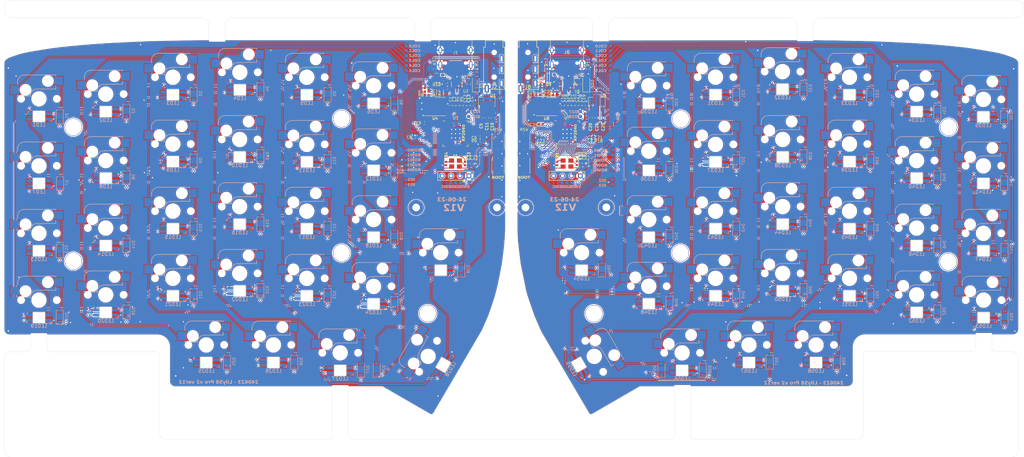
<source format=kicad_pcb>
(kicad_pcb (version 20221018) (generator pcbnew)

  (general
    (thickness 1.6)
  )

  (paper "A3")
  (layers
    (0 "F.Cu" signal)
    (31 "B.Cu" signal)
    (32 "B.Adhes" user "B.Adhesive")
    (33 "F.Adhes" user "F.Adhesive")
    (34 "B.Paste" user)
    (35 "F.Paste" user)
    (36 "B.SilkS" user "B.Silkscreen")
    (37 "F.SilkS" user "F.Silkscreen")
    (38 "B.Mask" user)
    (39 "F.Mask" user)
    (40 "Dwgs.User" user "User.Drawings")
    (41 "Cmts.User" user "User.Comments")
    (42 "Eco1.User" user "User.Eco1")
    (43 "Eco2.User" user "User.Eco2")
    (44 "Edge.Cuts" user)
    (45 "Margin" user)
    (46 "B.CrtYd" user "B.Courtyard")
    (47 "F.CrtYd" user "F.Courtyard")
    (48 "B.Fab" user)
    (49 "F.Fab" user)
  )

  (setup
    (stackup
      (layer "F.SilkS" (type "Top Silk Screen"))
      (layer "F.Paste" (type "Top Solder Paste"))
      (layer "F.Mask" (type "Top Solder Mask") (thickness 0.01))
      (layer "F.Cu" (type "copper") (thickness 0.035))
      (layer "dielectric 1" (type "core") (thickness 1.51) (material "FR4") (epsilon_r 4.5) (loss_tangent 0.02))
      (layer "B.Cu" (type "copper") (thickness 0.035))
      (layer "B.Mask" (type "Bottom Solder Mask") (thickness 0.01))
      (layer "B.Paste" (type "Bottom Solder Paste"))
      (layer "B.SilkS" (type "Bottom Silk Screen"))
      (copper_finish "None")
      (dielectric_constraints no)
    )
    (pad_to_mask_clearance 0.051)
    (solder_mask_min_width 0.25)
    (aux_axis_origin 60 80)
    (pcbplotparams
      (layerselection 0x00010fc_ffffffff)
      (plot_on_all_layers_selection 0x0000000_00000000)
      (disableapertmacros false)
      (usegerberextensions false)
      (usegerberattributes false)
      (usegerberadvancedattributes false)
      (creategerberjobfile false)
      (dashed_line_dash_ratio 12.000000)
      (dashed_line_gap_ratio 3.000000)
      (svgprecision 6)
      (plotframeref false)
      (viasonmask false)
      (mode 1)
      (useauxorigin false)
      (hpglpennumber 1)
      (hpglpenspeed 20)
      (hpglpendiameter 15.000000)
      (dxfpolygonmode true)
      (dxfimperialunits true)
      (dxfusepcbnewfont true)
      (psnegative false)
      (psa4output false)
      (plotreference true)
      (plotvalue true)
      (plotinvisibletext false)
      (sketchpadsonfab false)
      (subtractmaskfromsilk false)
      (outputformat 1)
      (mirror false)
      (drillshape 0)
      (scaleselection 1)
      (outputdirectory "../../../../../Library/CloudStorage/GoogleDrive-yuchi.kbd@gmail.com/マイドライブ/Lily58/Pro_Rev2/gerver_v12_240623/")
    )
  )

  (net 0 "")
  (net 1 "GND")
  (net 2 "GNDA")
  (net 3 "Net-(D1-A)")
  (net 4 "ROW0")
  (net 5 "Net-(D2-A)")
  (net 6 "Net-(D3-A)")
  (net 7 "Net-(D4-A)")
  (net 8 "Net-(D5-A)")
  (net 9 "Net-(D6-A)")
  (net 10 "ROW1")
  (net 11 "Net-(D7-A)")
  (net 12 "Net-(D8-A)")
  (net 13 "Net-(D9-A)")
  (net 14 "Net-(D10-A)")
  (net 15 "Net-(D11-A)")
  (net 16 "Net-(D12-A)")
  (net 17 "ROW2")
  (net 18 "Net-(D13-A)")
  (net 19 "Net-(D14-A)")
  (net 20 "Net-(D15-A)")
  (net 21 "Net-(D16-A)")
  (net 22 "Net-(D17-A)")
  (net 23 "Net-(D18-A)")
  (net 24 "Net-(D19-A)")
  (net 25 "ROW3")
  (net 26 "Net-(D20-A)")
  (net 27 "Net-(D21-A)")
  (net 28 "Net-(D22-A)")
  (net 29 "Net-(D23-A)")
  (net 30 "Net-(D24-A)")
  (net 31 "Net-(D25-A)")
  (net 32 "ROW4")
  (net 33 "Net-(D26-A)")
  (net 34 "Net-(D27-A)")
  (net 35 "Net-(D28-A)")
  (net 36 "Net-(D29-A)")
  (net 37 "Net-(D30-A)")
  (net 38 "Net-(D31-A)")
  (net 39 "Net-(D32-A)")
  (net 40 "Net-(D33-A)")
  (net 41 "Net-(D34-A)")
  (net 42 "ROW1_R")
  (net 43 "Net-(D35-A)")
  (net 44 "Net-(D36-A)")
  (net 45 "Net-(D37-A)")
  (net 46 "Net-(D38-A)")
  (net 47 "Net-(D39-A)")
  (net 48 "Net-(D40-A)")
  (net 49 "ROW2_R")
  (net 50 "Net-(D41-A)")
  (net 51 "Net-(D42-A)")
  (net 52 "Net-(D43-A)")
  (net 53 "Net-(D44-A)")
  (net 54 "Net-(D45-A)")
  (net 55 "Net-(D46-A)")
  (net 56 "ROW3_R")
  (net 57 "Net-(D47-A)")
  (net 58 "Net-(D48-A)")
  (net 59 "Net-(D49-A)")
  (net 60 "Net-(D50-A)")
  (net 61 "Net-(D51-A)")
  (net 62 "Net-(D52-A)")
  (net 63 "ROW4_R")
  (net 64 "Net-(D53-A)")
  (net 65 "Net-(D54-A)")
  (net 66 "Net-(D55-A)")
  (net 67 "Net-(D56-A)")
  (net 68 "Net-(D57-A)")
  (net 69 "VBUS")
  (net 70 "VDC")
  (net 71 "+5V")
  (net 72 "+5VA")
  (net 73 "D+")
  (net 74 "D-")
  (net 75 "COL0")
  (net 76 "COL1")
  (net 77 "COL2")
  (net 78 "COL3")
  (net 79 "COL4")
  (net 80 "COL5")
  (net 81 "COL0_R")
  (net 82 "COL1_R")
  (net 83 "COL2_R")
  (net 84 "COL3_R")
  (net 85 "COL4_R")
  (net 86 "COL5_R")
  (net 87 "USB_BOOT")
  (net 88 "LED")
  (net 89 "Net-(D58-A)")
  (net 90 "SPLIT_HAND_PIN_L")
  (net 91 "SPLIT_HAND_PIN_R")
  (net 92 "Net-(SD1-A)")
  (net 93 "SCL_2")
  (net 94 "SDA_2")
  (net 95 "Net-(SD2-A)")
  (net 96 "unconnected-(H10-Pin_1-Pad1)")
  (net 97 "+1V1")
  (net 98 "+3V3")
  (net 99 "unconnected-(H11-Pin_1-Pad1)")
  (net 100 "+3.3VA")
  (net 101 "ROW0_R")
  (net 102 "unconnected-(H21-Pin_1-Pad1)")
  (net 103 "unconnected-(H22-Pin_1-Pad1)")
  (net 104 "Net-(J1-CC1)")
  (net 105 "unconnected-(J1-SBU1-PadA8)")
  (net 106 "Net-(J1-CC2)")
  (net 107 "unconnected-(J1-SBU2-PadB8)")
  (net 108 "Net-(J6-CC1)")
  (net 109 "unconnected-(J6-SBU1-PadA8)")
  (net 110 "Net-(J6-CC2)")
  (net 111 "unconnected-(J6-SBU2-PadB8)")
  (net 112 "Net-(LED1-DOUT)")
  (net 113 "Net-(LED1-DIN)")
  (net 114 "Net-(LED2-DIN)")
  (net 115 "Net-(LED3-DIN)")
  (net 116 "Net-(LED4-DIN)")
  (net 117 "Net-(LED5-DIN)")
  (net 118 "Net-(LED7-DOUT)")
  (net 119 "Net-(LED8-DOUT)")
  (net 120 "Net-(LED10-DIN)")
  (net 121 "Net-(LED10-DOUT)")
  (net 122 "Net-(LED11-DOUT)")
  (net 123 "Net-(LED12-DOUT)")
  (net 124 "Net-(LED13-DOUT)")
  (net 125 "Net-(LED13-DIN)")
  (net 126 "Net-(LED14-DIN)")
  (net 127 "Net-(LED15-DIN)")
  (net 128 "Net-(LED16-DIN)")
  (net 129 "Net-(LED17-DIN)")
  (net 130 "Net-(LED19-DOUT)")
  (net 131 "Net-(LED20-DOUT)")
  (net 132 "Net-(LED21-DOUT)")
  (net 133 "Net-(LED22-DOUT)")
  (net 134 "Net-(LED23-DOUT)")
  (net 135 "Net-(LED24-DOUT)")
  (net 136 "unconnected-(LED25-DOUT-Pad2)")
  (net 137 "Net-(LED25-DIN)")
  (net 138 "Net-(LED26-DIN)")
  (net 139 "Net-(LED27-DIN)")
  (net 140 "Net-(LED28-DIN)")
  (net 141 "Net-(LED30-DOUT)")
  (net 142 "Net-(LED30-DIN)")
  (net 143 "Net-(LED31-DIN)")
  (net 144 "Net-(LED32-DIN)")
  (net 145 "Net-(LED33-DIN)")
  (net 146 "Net-(LED34-DIN)")
  (net 147 "Net-(LED36-DOUT)")
  (net 148 "Net-(LED37-DOUT)")
  (net 149 "Net-(LED38-DOUT)")
  (net 150 "Net-(LED39-DOUT)")
  (net 151 "Net-(LED40-DOUT)")
  (net 152 "Net-(LED41-DOUT)")
  (net 153 "Net-(LED42-DOUT)")
  (net 154 "Net-(LED42-DIN)")
  (net 155 "Net-(LED43-DIN)")
  (net 156 "Net-(LED44-DIN)")
  (net 157 "Net-(LED45-DIN)")
  (net 158 "Net-(LED46-DIN)")
  (net 159 "Net-(LED48-DOUT)")
  (net 160 "Net-(LED49-DOUT)")
  (net 161 "Net-(LED50-DOUT)")
  (net 162 "Net-(LED51-DOUT)")
  (net 163 "Net-(LED52-DOUT)")
  (net 164 "SWD")
  (net 165 "SWCLK")
  (net 166 "QSPI_SS")
  (net 167 "Reset")
  (net 168 "QSPI_SD3")
  (net 169 "QSPI_SCLK")
  (net 170 "QSPI_SD0")
  (net 171 "QSPI_SD2")
  (net 172 "QSPI_SD1")
  (net 173 "USB_BOOT_R")
  (net 174 "Reset_R")
  (net 175 "RX")
  (net 176 "TX")
  (net 177 "RX_R")
  (net 178 "TX_R")
  (net 179 "D+_R")
  (net 180 "D-_R")
  (net 181 "SWD_R")
  (net 182 "SWCLK_R")
  (net 183 "QSPI_SD3_R")
  (net 184 "QSPI_SCLK_R")
  (net 185 "QSPI_SD0_R")
  (net 186 "QSPI_SD2_R")
  (net 187 "QSPI_SD1_R")
  (net 188 "QSPI_SS_R")
  (net 189 "SDA")
  (net 190 "SCL")
  (net 191 "SCL_R")
  (net 192 "SDA_R")
  (net 193 "Net-(LED53-DOUT)")
  (net 194 "unconnected-(LED54-DOUT-Pad2)")
  (net 195 "Net-(LED54-DIN)")
  (net 196 "Net-(LED55-DIN)")
  (net 197 "Net-(LED56-DIN)")
  (net 198 "Net-(LED57-DIN)")
  (net 199 "Net-(STLED1-A)")
  (net 200 "Net-(U3-USB_DP)")
  (net 201 "Net-(U3-USB_DM)")
  (net 202 "Net-(U3-XOUT)")
  (net 203 "Net-(STLED2-A)")
  (net 204 "Net-(U7-USB_DP)")
  (net 205 "Net-(U7-USB_DM)")
  (net 206 "Net-(U7-XOUT)")
  (net 207 "Net-(R6-Pad1)")
  (net 208 "Net-(R15-Pad1)")
  (net 209 "+1V2")
  (net 210 "IO27")
  (net 211 "IO28")
  (net 212 "IO27_R")
  (net 213 "IO28_R")
  (net 214 "unconnected-(U3-GPIO4-Pad6)")
  (net 215 "Net-(U3-XIN)")
  (net 216 "unconnected-(U3-GPIO16-Pad27)")
  (net 217 "unconnected-(U3-GPIO20-Pad31)")
  (net 218 "unconnected-(U3-GPIO22-Pad34)")
  (net 219 "unconnected-(U3-GPIO23-Pad35)")
  (net 220 "unconnected-(U3-GPIO24-Pad36)")
  (net 221 "unconnected-(U3-GPIO25-Pad37)")
  (net 222 "unconnected-(U3-GPIO26_ADC0-Pad38)")
  (net 223 "unconnected-(U3-GPIO29_ADC3-Pad41)")
  (net 224 "SCL_2_R")
  (net 225 "SDA_2_R")
  (net 226 "unconnected-(U7-GPIO4-Pad6)")
  (net 227 "Net-(U7-XIN)")
  (net 228 "unconnected-(U7-GPIO16-Pad27)")
  (net 229 "unconnected-(U7-GPIO20-Pad31)")
  (net 230 "unconnected-(U7-GPIO22-Pad34)")
  (net 231 "unconnected-(U7-GPIO23-Pad35)")
  (net 232 "unconnected-(U7-GPIO24-Pad36)")
  (net 233 "unconnected-(U7-GPIO25-Pad37)")
  (net 234 "unconnected-(U7-GPIO26_ADC0-Pad38)")
  (net 235 "unconnected-(U7-GPIO29_ADC3-Pad41)")
  (net 236 "Net-(C31-Pad2)")
  (net 237 "Net-(C32-Pad2)")
  (net 238 "Net-(C33-Pad2)")
  (net 239 "Net-(C34-Pad2)")
  (net 240 "LED_HLV")
  (net 241 "LED_LLV")
  (net 242 "Net-(U10-A2)")
  (net 243 "Net-(U10-B2)")
  (net 244 "unconnected-(U10-A4-Pad5)")
  (net 245 "unconnected-(U10-B4-Pad7)")
  (net 246 "LED_HV_R")
  (net 247 "Net-(U9-A2)")
  (net 248 "Net-(U9-B2)")
  (net 249 "LED_LV_R")
  (net 250 "unconnected-(U9-A4-Pad5)")
  (net 251 "unconnected-(U9-B4-Pad7)")
  (net 252 "unconnected-(U9-A3-Pad4)")
  (net 253 "unconnected-(U9-B3-Pad8)")
  (net 254 "unconnected-(U10-A3-Pad4)")
  (net 255 "unconnected-(U10-B3-Pad8)")

  (footprint "yuchi_kbd:MX_Socket" (layer "F.Cu") (at 88.8 125.64))

  (footprint "yuchi_kbd:MX_Socket" (layer "F.Cu") (at 107.9 120.94))

  (footprint "yuchi_kbd:MX_Socket" (layer "F.Cu") (at 69.8 108.09))

  (footprint "yuchi_kbd:MX_Socket" (layer "F.Cu") (at 126.95 100.54))

  (footprint "yuchi_kbd:MX_Socket" (layer "F.Cu") (at 146 101.94))

  (footprint "yuchi_kbd:MX_Socket" (layer "F.Cu") (at 107.9 101.94))

  (footprint "yuchi_kbd:MX_Socket" (layer "F.Cu") (at 126.9 119.64))

  (footprint "yuchi_kbd:MX_Socket" (layer "F.Cu") (at 165 104.34))

  (footprint "yuchi_kbd:MX_Socket" (layer "F.Cu") (at 184.1 151.84))

  (footprint "yuchi_kbd:MX_Socket" (layer "F.Cu") (at 69.8 127.14))

  (footprint "yuchi_kbd:MX_Socket" (layer "F.Cu") (at 146 159.14))

  (footprint "yuchi_kbd:MX_Socket" (layer "F.Cu") (at 69.8 146.34))

  (footprint "yuchi_kbd:MX_Socket" (layer "F.Cu") (at 165 142.44))

  (footprint "yuchi_kbd:MX_Socket" (layer "F.Cu") (at 107.9 159.14))

  (footprint "yuchi_kbd:MX_Socket" (layer "F.Cu") (at 146 140.04))

  (footprint "yuchi_kbd:MX_Socket" (layer "F.Cu") (at 69.8 165.34))

  (footprint "yuchi_kbd:MX_Socket" (layer "F.Cu") (at 126.9 157.74))

  (footprint "yuchi_kbd:MX_Socket" (layer "F.Cu") (at 88.8 144.84))

  (footprint "yuchi_kbd:MX_Socket" (layer "F.Cu") (at 136.5 178.09))

  (footprint "yuchi_kbd:MX_Socket" (layer "F.Cu") (at 126.9 138.74))

  (footprint "yuchi_kbd:MX_Socket" (layer "F.Cu") (at 180.5 181.34 60))

  (footprint "yuchi_kbd:MX_Socket" (layer "F.Cu") (at 88.8 163.84))

  (footprint "yuchi_kbd:MX_Socket" (layer "F.Cu") (at 107.91 140.03))

  (footprint "yuchi_kbd:MX_Socket" (layer "F.Cu") (at 117.4 178.09))

  (footprint "yuchi_kbd:MX_Socket" (layer "F.Cu") (at 155.5 180.34))

  (footprint "yuchi_kbd:MX_Socket" (layer "F.Cu") (at 165 161.44))

  (footprint "yuchi_kbd:MX_Socket" (layer "F.Cu") (at 146 121.04))

  (footprint "yuchi_kbd:MX_Socket" (layer "F.Cu") (at 165 123.44))

  (footprint "Resistor_SMD:R_0402_1005Metric" (layer "F.Cu")
    (tstamp 00000000-0000-0000-0000-00005f7ba52b)
    (at 182.4 99.6 90)
    (descr "Resistor SMD 0402 (1005 Metric), square (rectangular) end terminal, IPC_7351 nominal, (Body size source: IPC-SM-782 page 72, https://www.pcb-3d.com/wordpress/wp-content/uploads/ipc-sm-782a_amendment_1_and_2.pdf), generated with kicad-footprint-generator")
    (tags "resistor")
    (property "Sheetfile" "Pro_Rev2.kicad_sch")
    (property "Sheetname" "")
    (property "ki_description" "Resistor, small symbol")
    (property "ki_keywords" "R resistor")
    (path "/7b086703-ca3f-415b-97a1-fb284f3eae4c")
    (attr smd)
    (fp_text reference "R3" (at 1.8 0.03 90) (layer "F.SilkS")
        (effects (font (face "Inter Semi Bold") (size 0.8 0.8) (thickness 0.1)))
      (tstamp b9c5d0fb-2df9-4d45-bb37-50585ec3c739)
      (render_cache "R3" 90
        (polygon
          (pts
            (xy 182.762 98.448512)            (xy 182.762 98.30099)            (xy 182.463828 98.30099)            (xy 182.463828 98.150732)
            (xy 182.762 97.990899)            (xy 182.762 97.826182)            (xy 182.439208 98.002427)            (xy 182.435472 97.993567)
            (xy 182.431484 97.984974)            (xy 182.427246 97.976649)            (xy 182.422761 97.968594)            (xy 182.418031 97.960809)
            (xy 182.413061 97.953296)            (xy 182.407852 97.946054)            (xy 182.402407 97.939086)            (xy 182.396729 97.932392)
            (xy 182.390821 97.925972)            (xy 182.384685 97.919828)            (xy 182.378325 97.913961)            (xy 182.371743 97.908371)
            (xy 182.364942 97.903059)            (xy 182.357925 97.898027)            (xy 182.350695 97.893275)            (xy 182.343253 97.888804)
            (xy 182.335604 97.884615)            (xy 182.32775 97.880709)            (xy 182.319693 97.877087)            (xy 182.311437 97.873749)
            (xy 182.302984 97.870697)            (xy 182.294338 97.867931)            (xy 182.2855 97.865453)            (xy 182.276474 97.863263)
            (xy 182.267262 97.861362)            (xy 182.257868 97.859751)            (xy 182.248293 97.858431)            (xy 182.238542 97.857402)
            (xy 182.228616 97.856667)            (xy 182.218518 97.856225)            (xy 182.208252 97.856077)            (xy 182.19382 97.85637)
            (xy 182.179694 97.857248)            (xy 182.165883 97.858709)            (xy 182.152397 97.860749)            (xy 182.139247 97.863366)
            (xy 182.126442 97.866559)            (xy 182.113993 97.870323)            (xy 182.101909 97.874658)            (xy 182.090201 97.879559)
            (xy 182.078878 97.885026)            (xy 182.067951 97.891055)            (xy 182.057429 97.897643)            (xy 182.047323 97.904789)
            (xy 182.037643 97.91249)            (xy 182.028398 97.920743)            (xy 182.019599 97.929545)            (xy 182.011256 97.938895)
            (xy 182.003378 97.94879)            (xy 181.995976 97.959227)            (xy 181.989059 97.970203)            (xy 181.982639 97.981717)
            (xy 181.976724 97.993766)            (xy 181.971325 98.006347)            (xy 181.966452 98.019457)            (xy 181.962114 98.033095)
            (xy 181.958323 98.047257)            (xy 181.955087 98.061942)            (xy 181.952417 98.077147)            (xy 181.950323 98.092868)
            (xy 181.948815 98.109104)            (xy 181.947902 98.125853)            (xy 181.947596 98.143111)            (xy 181.947596 98.448512)
          )
            (pts
              (xy 182.341316 98.30099)              (xy 182.07089 98.30099)              (xy 182.07089 98.165777)              (xy 182.071038 98.155641)
              (xy 182.071479 98.145858)              (xy 182.072212 98.136425)              (xy 182.073234 98.127342)              (xy 182.074541 98.118605)
              (xy 182.076132 98.110213)              (xy 182.078003 98.102164)              (xy 182.080153 98.094455)              (xy 182.085275 98.080051)
              (xy 182.091477 98.066986)              (xy 182.098739 98.055242)              (xy 182.107038 98.044803)              (xy 182.116354 98.035654)
              (xy 182.126665 98.027778)              (xy 182.137951 98.021158)              (xy 182.150189 98.015778)              (xy 182.16336 98.011622)
              (xy 182.177442 98.008674)              (xy 182.192413 98.006917)              (xy 182.200225 98.00648)              (xy 182.208252 98.006335)
              (xy 182.21625 98.00648)              (xy 182.231536 98.007647)              (xy 182.245869 98.009995)              (xy 182.259239 98.01354)
              (xy 182.271638 98.018297)              (xy 182.283055 98.02428)              (xy 182.293482 98.031506)              (xy 182.302909 98.039988)
              (xy 182.311325 98.049743)              (xy 182.318723 98.060786)              (xy 182.325092 98.073131)              (xy 182.330423 98.086795)
              (xy 182.334707 98.101791)              (xy 182.336453 98.109794)              (xy 182.337934 98.118136)              (xy 182.339148 98.126818)
              (xy 182.340095 98.135844)              (xy 182.340772 98.145214)              (xy 182.34118 98.15493)              (xy 182.341316 98.164995)
            )
        )
        (polygon
          (pts
            (xy 182.773137 97.435784)            (xy 182.772847 97.419603)            (xy 182.771984 97.403714)            (xy 182.77056 97.388132)
            (xy 182.768586 97.37287)            (xy 182.766073 97.357944)            (xy 182.763033 97.343369)            (xy 182.759476 97.329158)
            (xy 182.755414 97.315326)            (xy 182.750859 97.301889)            (xy 182.745821 97.288861)            (xy 182.740312 97.276256)
            (xy 182.734342 97.264088)            (xy 182.727925 97.252374)            (xy 182.72107 97.241127)            (xy 182.713788 97.230362)
            (xy 182.706092 97.220093)            (xy 182.697993 97.210336)            (xy 182.689501 97.201104)            (xy 182.680628 97.192413)
            (xy 182.671385 97.184277)            (xy 182.661784 97.17671)            (xy 182.651835 97.169728)            (xy 182.641551 97.163345)
            (xy 182.630942 97.157576)            (xy 182.620019 97.152435)            (xy 182.608795 97.147937)            (xy 182.597279 97.144096)
            (xy 182.585484 97.140927)            (xy 182.573421 97.138446)            (xy 182.5611 97.136665)            (xy 182.548534 97.135601)
            (xy 182.535733 97.135268)            (xy 182.526274 97.135418)            (xy 182.516989 97.13594)            (xy 182.507882 97.136831)
            (xy 182.498959 97.13809)            (xy 182.490225 97.139713)            (xy 182.481685 97.141699)            (xy 182.473344 97.144044)
            (xy 182.465208 97.146747)            (xy 182.457281 97.149805)            (xy 182.449569 97.153215)            (xy 182.442076 97.156975)
            (xy 182.434809 97.161082)            (xy 182.427771 97.165535)            (xy 182.420969 97.170331)            (xy 182.414408 97.175467)
            (xy 182.408092 97.180941)            (xy 182.402026 97.18675)            (xy 182.396217 97.192893)            (xy 182.390668 97.199366)
            (xy 182.385386 97.206167)            (xy 182.380375 97.213293)            (xy 182.375641 97.220744)            (xy 182.371188 97.228514)
            (xy 182.367022 97.236604)            (xy 182.363148 97.245009)            (xy 182.359571 97.253728)            (xy 182.356297 97.262758)
            (xy 182.353329 97.272097)            (xy 182.350675 97.281742)            (xy 182.348338 97.291691)            (xy 182.346323 97.301941)
            (xy 182.344637 97.31249)            (xy 182.338189 97.31249)            (xy 182.336259 97.304314)            (xy 182.334061 97.296311)
            (xy 182.331599 97.288489)            (xy 182.328877 97.280851)            (xy 182.325898 97.273405)            (xy 182.322667 97.266155)
            (xy 182.319186 97.259108)            (xy 182.311491 97.245644)            (xy 182.302844 97.233057)            (xy 182.293273 97.221395)
            (xy 182.282809 97.210701)            (xy 182.27148 97.201022)            (xy 182.259317 97.192402)            (xy 182.246348 97.184889)
            (xy 182.232604 97.178526)            (xy 182.218113 97.17336)            (xy 182.202905 97.169436)            (xy 182.195042 97.167954)
            (xy 182.18701 97.166799)            (xy 182.178814 97.165978)            (xy 182.170458 97.165496)            (xy 182.161944 97.165358)
            (xy 182.150381 97.165631)            (xy 182.138967 97.166518)            (xy 182.127715 97.16801)            (xy 182.11664 97.170097)
            (xy 182.105757 97.172771)            (xy 182.095079 97.176022)            (xy 182.084621 97.179841)            (xy 182.074398 97.18422)
            (xy 182.064423 97.189149)            (xy 182.054712 97.194618)            (xy 182.045278 97.20062)            (xy 182.036135 97.207144)
            (xy 182.027299 97.214183)            (xy 182.018783 97.221726)            (xy 182.010602 97.229764)            (xy 182.002771 97.238289)
            (xy 181.995302 97.247292)            (xy 181.988212 97.256762)            (xy 181.981514 97.266692)            (xy 181.975222 97.277073)
            (xy 181.969351 97.287894)            (xy 181.963916 97.299147)            (xy 181.95893 97.310823)            (xy 181.954407 97.322913)
            (xy 181.950364 97.335408)            (xy 181.946813 97.348298)            (xy 181.943768 97.361575)            (xy 181.941245 97.375229)
            (xy 181.939258 97.389252)            (xy 181.937821 97.403634)            (xy 181.936948 97.418366)            (xy 181.936654 97.433439)
            (xy 181.936928 97.44817)            (xy 181.937745 97.462675)            (xy 181.939095 97.476941)            (xy 181.940967 97.490951)
            (xy 181.943354 97.50469)            (xy 181.946245 97.518143)            (xy 181.94963 97.531295)            (xy 181.953501 97.54413)
            (xy 181.957847 97.556633)            (xy 181.96266 97.568789)            (xy 181.967929 97.580582)            (xy 181.973645 97.591997)
            (xy 181.979799 97.603019)            (xy 181.986382 97.613632)            (xy 181.993382 97.623822)            (xy 182.000792 97.633572)
            (xy 182.008602 97.642867)            (xy 182.016801 97.651693)            (xy 182.025381 97.660034)            (xy 182.034332 97.667874)
            (xy 182.043645 97.675199)            (xy 182.053309 97.681992)            (xy 182.063316 97.688239)            (xy 182.073656 97.693924)
            (xy 182.084319 97.699032)            (xy 182.095297 97.703548)            (xy 182.106578 97.707457)            (xy 182.118155 97.710742)
            (xy 182.130017 97.713389)            (xy 182.142154 97.715382)            (xy 182.154558 97.716707)            (xy 182.167219 97.717347)
            (xy 182.167219 97.575491)            (xy 182.154703 97.574312)            (xy 182.142816 97.571777)            (xy 182.131582 97.567957)
            (xy 182.121027 97.562925)            (xy 182.111175 97.556752)            (xy 182.10205 97.549511)            (xy 182.093678 97.541274)
            (xy 182.086082 97.532113)            (xy 182.079288 97.522101)            (xy 182.073319 97.511308)            (xy 182.068202 97.499809)
            (xy 182.06396 97.487673)            (xy 182.060617 97.474975)            (xy 182.058199 97.461785)            (xy 182.05673 97.448176)
            (xy 182.056235 97.434221)            (xy 182.05677 97.420275)            (xy 182.05835 97.406967)            (xy 182.060942 97.394332)
            (xy 182.064509 97.382408)            (xy 182.069018 97.371231)            (xy 182.074432 97.360839)            (xy 182.080718 97.351269)
            (xy 182.08784 97.342556)            (xy 182.095764 97.33474)            (xy 182.104454 97.327855)            (xy 182.113876 97.321939)
            (xy 182.123994 97.31703)            (xy 182.134775 97.313164)            (xy 182.146182 97.310377)            (xy 182.158181 97.308707)
            (xy 182.170736 97.308191)            (xy 182.183821 97.308804)            (xy 182.196309 97.310754)            (xy 182.208165 97.313994)
            (xy 182.219356 97.318474)            (xy 182.229847 97.324145)            (xy 182.239605 97.330956)            (xy 182.248595 97.338861)
            (xy 182.256783 97.347808)            (xy 182.264136 97.357749)            (xy 182.270618 97.368634)            (xy 182.276197 97.380415)
            (xy 182.280838 97.393041)            (xy 182.284507 97.406465)            (xy 182.28717 97.420636)            (xy 182.288792 97.435506)
            (xy 182.289341 97.451025)            (xy 182.289341 97.52293)            (xy 182.40306 97.52293)            (xy 182.40306 97.451025)
            (xy 182.40321 97.441476)            (xy 182.403658 97.432178)            (xy 182.404396 97.423132)            (xy 182.405421 97.414344)
            (xy 182.406726 97.405816)            (xy 182.408306 97.397552)            (xy 182.410157 97.389556)            (xy 182.412271 97.381831)
            (xy 182.414645 97.37438)            (xy 182.420148 97.360318)            (xy 182.426622 97.347398)            (xy 182.434025 97.335649)
            (xy 182.442312 97.325099)            (xy 182.451441 97.315777)            (xy 182.461368 97.307711)            (xy 182.47205 97.30093)
            (xy 182.483445 97.295464)            (xy 182.495508 97.291339)            (xy 182.508197 97.288586)            (xy 182.521468 97.287232)
            (xy 182.528308 97.287089)            (xy 182.54152 97.287744)            (xy 182.554166 97.289816)            (xy 182.566207 97.293251)
            (xy 182.577602 97.297991)            (xy 182.588313 97.30398)            (xy 182.5983 97.311162)            (xy 182.607522 97.319481)
            (xy 182.615942 97.328879)            (xy 182.623519 97.3393)            (xy 182.630214 97.350689)            (xy 182.635988 97.362989)
            (xy 182.6408 97.376143)            (xy 182.644612 97.390095)            (xy 182.647383 97.404788)            (xy 182.649075 97.420167)
            (xy 182.649504 97.428096)            (xy 182.649648 97.436175)            (xy 182.649153 97.45133)            (xy 182.647688 97.465981)
            (xy 182.645279 97.48007)            (xy 182.641954 97.493535)            (xy 182.637741 97.506318)            (xy 182.632667 97.518359)
            (xy 182.626759 97.529599)            (xy 182.620046 97.539978)            (xy 182.612553 97.549436)            (xy 182.60431 97.557914)
            (xy 182.595343 97.565353)            (xy 182.585681 97.571693)            (xy 182.575349 97.576874)            (xy 182.564377 97.580837)
            (xy 182.55279 97.583522)            (xy 182.540618 97.58487)            (xy 182.540618 97.734542)            (xy 182.553387 97.733811)
            (xy 182.565898 97.732397)            (xy 182.57814 97.730313)            (xy 182.590103 97.727571)            (xy 182.601778 97.724184)
            (xy 182.613156 97.720165)            (xy 182.624227 97.715527)            (xy 182.634981 97.710282)            (xy 182.645409 97.704444)
            (xy 182.655501 97.698025)            (xy 182.665247 97.691038)            (xy 182.674638 97.683496)            (xy 182.683665 97.675411)
            (xy 182.692318 97.666797)            (xy 182.700586 97.657666)            (xy 182.708461 97.648031)            (xy 182.715934 97.637905)
            (xy 182.722993 97.6273)            (xy 182.729631 97.61623)            (xy 182.735837 97.604708)            (xy 182.741601 97.592745)
            (xy 182.746914 97.580355)            (xy 182.751767 97.567551)            (xy 182.75615 97.554345)            (xy 182.760053 97.540751)
            (xy 182.763467 97.526781)            (xy 182.766382 97.512448)            (xy 182.768788 97.497764)            (xy 182.770676 97.482743)
            (xy 182.772037 97.467398)            (xy 182.77286 97.45174)
          )
        )
      )
    )
    (fp_text value "5.1k" (at 0 1.17 90) (layer "F.Fab")
        (effects (font (face "Inter Semi Bold") (size 0.8 0.8) (thickness 0.1)))
      (tstamp b062abfe-043c-4a4e-ad2b-1c0c293e7c41)
      (render_cache "5.1k" 90
        (polygon
          (pts
            (xy 183.913137 100.285246)            (xy 183.912797 100.269262)            (xy 183.911785 100.253595)            (xy 183.910115 100.238258)
            (xy 183.9078 100.223262)            (xy 183.904853 100.208621)            (xy 183.901287 100.194347)            (xy 183.897116 100.180453)
            (xy 183.892352 100.16695)            (xy 183.887009 100.153852)            (xy 183.881099 100.141171)            (xy 183.874637 100.128919)
            (xy 183.867635 100.117109)            (xy 183.860106 100.105754)            (xy 183.852063 100.094865)            (xy 183.843521 100.084456)
            (xy 183.834491 100.074538)            (xy 183.824987 100.065125)            (xy 183.815022 100.056228)            (xy 183.80461 100.047861)
            (xy 183.793763 100.040036)            (xy 183.782495 100.032765)            (xy 183.770819 100.026061)            (xy 183.758748 100.019936)
            (xy 183.746295 100.014402)            (xy 183.733473 100.009473)            (xy 183.720296 100.005161)            (xy 183.706776 100.001478)
            (xy 183.692928 99.998436)            (xy 183.678763 99.996049)            (xy 183.664295 99.994328)            (xy 183.649538 99.993286)
            (xy 183.634505 99.992936)            (xy 183.619944 99.993254)            (xy 183.605652 99.994197)            (xy 183.591642 99.995753)
            (xy 183.577927 99.99791)            (xy 183.564518 100.000654)            (xy 183.55143 100.003973)            (xy 183.538673 100.007854)
            (xy 183.526262 100.012284)            (xy 183.514209 100.017249)            (xy 183.502526 100.022738)            (xy 183.491227 100.028737)
            (xy 183.480323 100.035234)            (xy 183.469827 100.042216)            (xy 183.459753 100.049669)            (xy 183.450112 100.057582)
            (xy 183.440918 100.065941)            (xy 183.432183 100.074733)            (xy 183.423919 100.083945)            (xy 183.416141 100.093565)
            (xy 183.408859 100.10358)            (xy 183.402087 100.113977)            (xy 183.395837 100.124743)            (xy 183.390122 100.135866)
            (xy 183.384956 100.147332)            (xy 183.380349 100.159128)            (xy 183.376316 100.171242)            (xy 183.372869 100.183661)
            (xy 183.370019 100.196372)            (xy 183.367781 100.209362)            (xy 183.366167 100.222619)            (xy 183.365189 100.236129)
            (xy 183.364861 100.24988)            (xy 183.365163 100.262169)            (xy 183.366056 100.274249)            (xy 183.367513 100.28609)
            (xy 183.36951 100.297663)            (xy 183.372025 100.308937)            (xy 183.375031 100.319882)            (xy 183.378505 100.330468)
            (xy 183.382422 100.340665)            (xy 183.386758 100.350443)            (xy 183.391489 100.359772)            (xy 183.39659 100.368622)
            (xy 183.402037 100.376963)            (xy 183.407806 100.384764)            (xy 183.413873 100.391996)            (xy 183.420212 100.398629)
            (xy 183.426801 100.404632)            (xy 183.426801 100.409322)            (xy 183.21089 100.385874)            (xy 183.21089 100.035532)
            (xy 183.087596 100.035532)            (xy 183.087596 100.507996)            (xy 183.507694 100.550592)            (xy 183.529578 100.417333)
            (xy 183.521332 100.408972)            (xy 183.516152 100.40276)            (xy 183.511246 100.396081)            (xy 183.506628 100.388975)
            (xy 183.502315 100.381481)            (xy 183.498321 100.373638)            (xy 183.494664 100.365484)            (xy 183.491358 100.35706)
            (xy 183.48842 100.348403)            (xy 183.485864 100.339552)            (xy 183.483708 100.330547)            (xy 183.481966 100.321426)
            (xy 183.480654 100.312228)            (xy 183.479789 100.302993)            (xy 183.479385 100.293759)            (xy 183.479362 100.289154)
            (xy 183.479589 100.280857)            (xy 183.480195 100.272712)            (xy 183.48117 100.264727)            (xy 183.482509 100.25691)
            (xy 183.484203 100.249267)            (xy 183.48863 100.234536)            (xy 183.494393 100.220591)            (xy 183.501435 100.207492)
            (xy 183.509697 100.195298)            (xy 183.519123 100.184066)            (xy 183.529653 100.173856)            (xy 183.541231 100.164726)
            (xy 183.553798 100.156736)            (xy 183.567297 100.149943)            (xy 183.58167 100.144406)            (xy 183.589166 100.142128)
            (xy 183.596859 100.140185)            (xy 183.604741 100.138586)            (xy 183.612806 100.137337)            (xy 183.621046 100.136447)
            (xy 183.629454 100.135922)            (xy 183.638022 100.13577)            (xy 183.64648 100.135917)            (xy 183.654778 100.136427)
            (xy 183.662908 100.137292)            (xy 183.670864 100.138506)            (xy 183.678638 100.140061)            (xy 183.686223 100.141951)
            (xy 183.700798 100.146706)            (xy 183.714533 100.152713)            (xy 183.727371 100.159915)            (xy 183.739255 100.168257)
            (xy 183.750129 100.177682)            (xy 183.759936 100.188132)            (xy 183.768619 100.199551)            (xy 183.776122 100.211883)
            (xy 183.782388 100.225071)            (xy 183.78736 100.239058)            (xy 183.790981 100.253787)            (xy 183.793196 100.269202)
            (xy 183.793758 100.277149)            (xy 183.793946 100.285246)            (xy 183.793408 100.298879)            (xy 183.791818 100.312115)
            (xy 183.789214 100.324896)            (xy 183.785636 100.337163)            (xy 183.781121 100.348859)            (xy 183.775708 100.359926)
            (xy 183.769436 100.370306)            (xy 183.762341 100.379939)            (xy 183.754464 100.388769)            (xy 183.745842 100.396737)
            (xy 183.736514 100.403786)            (xy 183.726517 100.409856)            (xy 183.715891 100.41489)            (xy 183.704673 100.41883)
            (xy 183.692903 100.421618)            (xy 183.680618 100.423195)            (xy 183.680618 100.566419)            (xy 183.693181 100.56572)
            (xy 183.705511 100.564364)            (xy 183.717598 100.562366)            (xy 183.72943 100.559739)            (xy 183.740996 100.556495)
            (xy 183.752286 100.552649)            (xy 183.763288 100.548214)            (xy 183.773992 100.543203)            (xy 183.784387 100.537631)
            (xy 183.794462 100.531509)            (xy 183.804206 100.524852)            (xy 183.813608 100.517674)            (xy 183.822658 100.509987)
            (xy 183.831344 100.501805)            (xy 183.839656 100.493142)            (xy 183.847582 100.484011)            (xy 183.855113 100.474426)
            (xy 183.862236 100.464399)            (xy 183.868942 100.453945)            (xy 183.875218 100.443076)            (xy 183.881055 100.431807)
            (xy 183.886442 100.42015)            (xy 183.891367 100.40812)            (xy 183.89582 100.39573)            (xy 183.89979 100.382992)
            (xy 183.903266 100.369921)            (xy 183.906237 100.35653)            (xy 183.908692 100.342833)            (xy 183.91062 100.328842)
            (xy 183.912011 100.314572)            (xy 183.912854 100.300035)
          )
        )
        (polygon
          (pts
            (xy 183.910792 99.797347)            (xy 183.910344 99.78864)            (xy 183.909027 99.780138)            (xy 183.906884 99.771888)
            (xy 183.90396 99.76394)            (xy 183.900295 99.756343)            (xy 183.895934 99.749145)            (xy 183.890919 99.742394)
            (xy 183.885293 99.73614)            (xy 183.8791 99.73043)            (xy 183.872381 99.725314)            (xy 183.865181 99.720841)
            (xy 183.857541 99.717058)            (xy 183.849506 99.714015)            (xy 183.841117 99.71176)            (xy 183.832417 99.710342)
            (xy 183.823451 99.70981)            (xy 183.814588 99.710342)            (xy 183.805979 99.71176)            (xy 183.797668 99.714015)
            (xy 183.7897 99.717058)            (xy 183.782117 99.720841)            (xy 183.774964 99.725314)            (xy 183.768284 99.73043)
            (xy 183.762122 99.73614)            (xy 183.75652 99.742394)            (xy 183.751523 99.749145)            (xy 183.747175 99.756343)
            (xy 183.743519 99.76394)            (xy 183.7406 99.771888)            (xy 183.73846 99.780138)            (xy 183.737144 99.78864)
            (xy 183.736696 99.797347)            (xy 183.737144 99.80632)            (xy 183.73846 99.815037)            (xy 183.7406 99.823453)
            (xy 183.743519 99.831522)            (xy 183.747175 99.839201)            (xy 183.751523 99.846442)            (xy 183.75652 99.853201)
            (xy 183.762122 99.859433)            (xy 183.768284 99.865093)            (xy 183.774964 99.870135)            (xy 183.782117 99.874514)
            (xy 183.7897 99.878185)            (xy 183.797668 99.881103)            (xy 183.805979 99.883222)            (xy 183.814588 99.884497)
            (xy 183.823451 99.884883)            (xy 183.832417 99.884497)            (xy 183.841117 99.883222)            (xy 183.849506 99.881103)
            (xy 183.857541 99.878185)            (xy 183.865181 99.874514)            (xy 183.872381 99.870135)            (xy 183.8791 99.865093)
            (xy 183.885293 99.859433)            (xy 183.890919 99.853201)            (xy 183.895934 99.846442)            (xy 183.900295 99.839201)
            (xy 183.90396 99.831522)            (xy 183.906884 99.823453)            (xy 183.909027 99.815037)            (xy 183.910344 99.80632)
          )
        )
        (polygon
          (pts
            (xy 183.087596 99.331331)            (xy 183.087596 99.471625)            (xy 183.217729 99.674053)            (xy 183.352942 99.674053)
            (xy 183.231211 99.483544)            (xy 183.231211 99.478854)            (xy 183.902 99.478854)            (xy 183.902 99.331331)
          )
        )
        (polygon
          (pts
            (xy 183.902 99.122455)            (xy 183.902 98.978449)            (xy 183.696836 98.978449)            (xy 183.640757 98.926084)
            (xy 183.902 98.739091)            (xy 183.902 98.566949)            (xy 183.554979 98.817444)            (xy 183.291197 98.580822)
            (xy 183.291197 98.749056)            (xy 183.536612 98.968484)            (xy 183.536612 98.978449)            (xy 183.087596 98.978449)
            (xy 183.087596 99.122455)
          )
        )
      )
    )
    (fp_text user "${REFERENCE}" (at 0 0 90) (layer "F.Fab")
        (effects (font (face "Inter Semi Bold") (size 0.26 0.26) (thickness 0.04)))
      (tstamp 589f7efb-4f53-4b6c-8662-bbcfff228bea)
      (render_cache "R3" 90
        (polygon
          (pts
            (xy 182.5079 99.810766)            (xy 182.5079 99.762821)            (xy 182.410994 99.762821)            (xy 182.410994 99.713987)
            (xy 182.5079 99.662041)            (xy 182.5079 99.608508)            (xy 182.402992 99.665788)            (xy 182.401778 99.662908)
            (xy 182.400482 99.660116)            (xy 182.399105 99.65741)            (xy 182.397647 99.654792)            (xy 182.39611 99.652262)
            (xy 182.394494 99.64982)            (xy 182.392801 99.647467)            (xy 182.391032 99.645202)            (xy 182.389187 99.643026)
            (xy 182.387266 99.64094)            (xy 182.385272 99.638943)            (xy 182.383205 99.637036)            (xy 182.381066 99.63522)
            (xy 182.378856 99.633493)            (xy 182.376575 99.631858)            (xy 182.374225 99.630314)            (xy 182.371807 99.628861)
            (xy 182.369321 99.627499)            (xy 182.366768 99.62623)            (xy 182.36415 99.625052)            (xy 182.361467 99.623968)
            (xy 182.35872 99.622976)            (xy 182.355909 99.622077)            (xy 182.353037 99.621271)            (xy 182.350104 99.62056)
            (xy 182.34711 99.619942)            (xy 182.344057 99.619418)            (xy 182.340945 99.618989)            (xy 182.337776 99.618655)
            (xy 182.33455 99.618416)            (xy 182.331268 99.618272)            (xy 182.327932 99.618224)            (xy 182.323241 99.618319)
            (xy 182.31865 99.618605)            (xy 182.314161 99.619079)            (xy 182.309779 99.619743)            (xy 182.305505 99.620593)
            (xy 182.301343 99.621631)            (xy 182.297297 99.622854)            (xy 182.29337 99.624263)            (xy 182.289565 99.625856)
            (xy 182.285885 99.627633)            (xy 182.282334 99.629592)            (xy 182.278914 99.631733)            (xy 182.27563 99.634056)
            (xy 182.272484 99.636558)            (xy 182.269479 99.639241)            (xy 182.266619 99.642101)            (xy 182.263908 99.64514)
            (xy 182.261347 99.648356)            (xy 182.258942 99.651748)            (xy 182.256694 99.655315)            (xy 182.254607 99.659057)
            (xy 182.252685 99.662973)            (xy 182.25093 99.667062)            (xy 182.249346 99.671323)            (xy 182.247937 99.675755)
            (xy 182.246705 99.680358)            (xy 182.245653 99.68513)            (xy 182.244785 99.690072)            (xy 182.244105 99.695181)
            (xy 182.243614 99.700458)            (xy 182.243318 99.705901)            (xy 182.243218 99.71151)            (xy 182.243218 99.810766)
          )
            (pts
              (xy 182.371177 99.762821)              (xy 182.283289 99.762821)              (xy 182.283289 99.718877)              (xy 182.283337 99.715582)
              (xy 182.28348 99.712403)              (xy 182.283719 99.709337)              (xy 182.284051 99.706385)              (xy 182.284476 99.703546)
              (xy 182.284993 99.700818)              (xy 182.285601 99.698202)              (xy 182.286299 99.695697)              (xy 182.287964 99.691016)
              (xy 182.28998 99.68677)              (xy 182.29234 99.682953)              (xy 182.295037 99.67956)              (xy 182.298065 99.676587)
              (xy 182.301416 99.674027)              (xy 182.305084 99.671875)              (xy 182.309061 99.670127)              (xy 182.313342 99.668776)
              (xy 182.317918 99.667818)              (xy 182.322784 99.667247)              (xy 182.325323 99.667105)              (xy 182.327932 99.667058)
              (xy 182.330531 99.667105)              (xy 182.335499 99.667484)              (xy 182.340157 99.668248)              (xy 182.344502 99.6694)
              (xy 182.348532 99.670946)              (xy 182.352243 99.67289)              (xy 182.355631 99.675238)              (xy 182.358695 99.677995)
              (xy 182.36143 99.681166)              (xy 182.363835 99.684755)              (xy 182.365905 99.688767)              (xy 182.367637 99.693207)
              (xy 182.36903 99.698081)              (xy 182.369597 99.700682)              (xy 182.370078 99.703393)              (xy 182.370473 99.706215)
              (xy 182.37078 99.709148)              (xy 182.371001 99.712194)              (xy 182.371133 99.715352)              (xy 182.371177 99.718623)
            )
        )
        (polygon
          (pts
            (xy 182.511519 99.481629)            (xy 182.511425 99.47637)            (xy 182.511145 99.471206)            (xy 182.510682 99.466142)
            (xy 182.51004 99.461182)            (xy 182.509223 99.456331)            (xy 182.508235 99.451594)            (xy 182.507079 99.446975)
            (xy 182.505759 99.44248)            (xy 182.504279 99.438113)            (xy 182.502641 99.433879)            (xy 182.500851 99.429782)
            (xy 182.498911 99.425828)            (xy 182.496825 99.422021)            (xy 182.494597 99.418365)            (xy 182.492231 99.414867)
            (xy 182.48973 99.411529)            (xy 182.487097 99.408358)            (xy 182.484337 99.405358)            (xy 182.481454 99.402533)
            (xy 182.47845 99.399889)            (xy 182.475329 99.39743)            (xy 182.472096 99.395161)            (xy 182.468754 99.393086)
            (xy 182.465306 99.391211)            (xy 182.461756 99.389541)            (xy 182.458108 99.388079)            (xy 182.454365 99.38683)
            (xy 182.450532 99.385801)            (xy 182.446611 99.384994)            (xy 182.442607 99.384415)            (xy 182.438523 99.38407)
            (xy 182.434363 99.383961)            (xy 182.431289 99.38401)            (xy 182.428271 99.38418)            (xy 182.425311 99.384469)
            (xy 182.422411 99.384878)            (xy 182.419573 99.385406)            (xy 182.416797 99.386051)            (xy 182.414087 99.386814)
            (xy 182.411442 99.387692)            (xy 182.408866 99.388686)            (xy 182.406359 99.389794)            (xy 182.403924 99.391016)
            (xy 182.401562 99.392351)            (xy 182.399275 99.393798)            (xy 182.397065 99.395357)            (xy 182.394932 99.397026)
            (xy 182.392879 99.398805)            (xy 182.390908 99.400693)            (xy 182.38902 99.402689)            (xy 182.387217 99.404793)
            (xy 182.3855 99.407003)            (xy 182.383872 99.40932)            (xy 182.382333 99.411741)            (xy 182.380886 99.414266)
            (xy 182.379532 99.416895)            (xy 182.378273 99.419627)            (xy 182.37711 99.422461)            (xy 182.376046 99.425396)
            (xy 182.375082 99.428431)            (xy 182.374219 99.431565)            (xy 182.373459 99.434799)            (xy 182.372805 99.43813)
            (xy 182.372257 99.441558)            (xy 182.370161 99.441558)            (xy 182.369534 99.438901)            (xy 182.36882 99.4363)
            (xy 182.368019 99.433758)            (xy 182.367135 99.431276)            (xy 182.366167 99.428856)            (xy 182.365116 99.4265)
            (xy 182.363985 99.424209)            (xy 182.361484 99.419833)            (xy 182.358674 99.415743)            (xy 182.355563 99.411952)
            (xy 182.352163 99.408477)            (xy 182.348481 99.405331)            (xy 182.344528 99.40253)            (xy 182.340313 99.400088)
            (xy 182.335846 99.39802)            (xy 182.331136 99.396341)            (xy 182.326194 99.395066)            (xy 182.323638 99.394584)
            (xy 182.321028 99.394209)            (xy 182.318364 99.393942)            (xy 182.315648 99.393785)            (xy 182.312881 99.393741)
            (xy 182.309123 99.393829)            (xy 182.305414 99.394118)            (xy 182.301757 99.394602)            (xy 182.298158 99.395281)
            (xy 182.294621 99.39615)            (xy 182.29115 99.397206)            (xy 182.287752 99.398448)            (xy 182.284429 99.399871)
            (xy 182.281187 99.401472)            (xy 182.278031 99.40325)            (xy 182.274965 99.405201)            (xy 182.271994 99.407321)
            (xy 182.269122 99.409609)            (xy 182.266354 99.41206)            (xy 182.263695 99.414672)            (xy 182.26115 99.417443)
            (xy 182.258723 99.420369)            (xy 182.256419 99.423447)            (xy 182.254242 99.426674)            (xy 182.252197 99.430048)
            (xy 182.250289 99.433565)            (xy 182.248522 99.437222)            (xy 182.246902 99.441017)            (xy 182.245432 99.444946)
            (xy 182.244118 99.449007)            (xy 182.242964 99.453196)            (xy 182.241974 99.457511)            (xy 182.241154 99.461949)
            (xy 182.240509 99.466506)            (xy 182.240042 99.47118)            (xy 182.239758 99.475968)            (xy 182.239662 99.480867)
            (xy 182.239751 99.485654)            (xy 182.240017 99.490369)            (xy 182.240455 99.495005)            (xy 182.241064 99.499558)
            (xy 182.24184 99.504023)            (xy 182.242779 99.508396)            (xy 182.243879 99.51267)            (xy 182.245137 99.516841)
            (xy 182.24655 99.520905)            (xy 182.248114 99.524856)            (xy 182.249827 99.528688)            (xy 182.251684 99.532398)
            (xy 182.253684 99.53598)            (xy 182.255824 99.53943)            (xy 182.258099 99.542741)            (xy 182.260507 99.54591)
            (xy 182.263045 99.548931)            (xy 182.26571 99.551799)            (xy 182.268499 99.55451)            (xy 182.271408 99.557058)
            (xy 182.274434 99.559439)            (xy 182.277575 99.561647)            (xy 182.280827 99.563677)            (xy 182.284188 99.565525)
            (xy 182.287653 99.567185)            (xy 182.291221 99.568652)            (xy 182.294888 99.569923)            (xy 182.29865 99.57099)
            (xy 182.302505 99.571851)            (xy 182.30645 99.572498)            (xy 182.310481 99.572929)            (xy 182.314596 99.573137)
            (xy 182.314596 99.527034)            (xy 182.310528 99.526651)            (xy 182.306665 99.525827)            (xy 182.303014 99.524585)
            (xy 182.299583 99.52295)            (xy 182.296381 9
... [19908721 chars truncated]
</source>
